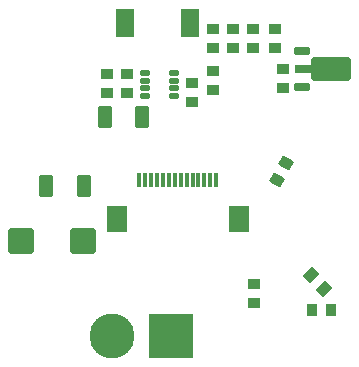
<source format=gbr>
%TF.GenerationSoftware,KiCad,Pcbnew,(6.0.1)*%
%TF.CreationDate,2022-12-05T15:25:32+08:00*%
%TF.ProjectId,IMU_base_V7.1,494d555f-6261-4736-955f-56372e312e6b,rev?*%
%TF.SameCoordinates,Original*%
%TF.FileFunction,Soldermask,Bot*%
%TF.FilePolarity,Negative*%
%FSLAX46Y46*%
G04 Gerber Fmt 4.6, Leading zero omitted, Abs format (unit mm)*
G04 Created by KiCad (PCBNEW (6.0.1)) date 2022-12-05 15:25:32*
%MOMM*%
%LPD*%
G01*
G04 APERTURE LIST*
G04 Aperture macros list*
%AMRoundRect*
0 Rectangle with rounded corners*
0 $1 Rounding radius*
0 $2 $3 $4 $5 $6 $7 $8 $9 X,Y pos of 4 corners*
0 Add a 4 corners polygon primitive as box body*
4,1,4,$2,$3,$4,$5,$6,$7,$8,$9,$2,$3,0*
0 Add four circle primitives for the rounded corners*
1,1,$1+$1,$2,$3*
1,1,$1+$1,$4,$5*
1,1,$1+$1,$6,$7*
1,1,$1+$1,$8,$9*
0 Add four rect primitives between the rounded corners*
20,1,$1+$1,$2,$3,$4,$5,0*
20,1,$1+$1,$4,$5,$6,$7,0*
20,1,$1+$1,$6,$7,$8,$9,0*
20,1,$1+$1,$8,$9,$2,$3,0*%
G04 Aperture macros list end*
%ADD10RoundRect,0.090000X0.460000X0.360000X-0.460000X0.360000X-0.460000X-0.360000X0.460000X-0.360000X0*%
%ADD11R,1.500000X2.400000*%
%ADD12RoundRect,0.090000X0.360000X-0.460000X0.360000X0.460000X-0.360000X0.460000X-0.360000X-0.460000X0*%
%ADD13RoundRect,0.090000X-0.460000X-0.360000X0.460000X-0.360000X0.460000X0.360000X-0.460000X0.360000X0*%
%ADD14RoundRect,0.090000X0.070711X0.579828X-0.579828X-0.070711X-0.070711X-0.579828X0.579828X0.070711X0*%
%ADD15RoundRect,0.070000X-0.330000X-0.180000X0.330000X-0.180000X0.330000X0.180000X-0.330000X0.180000X0*%
%ADD16RoundRect,0.090000X0.578372X0.081769X-0.218372X0.541769X-0.578372X-0.081769X0.218372X-0.541769X0*%
%ADD17RoundRect,0.081000X0.569000X-0.279000X0.569000X0.279000X-0.569000X0.279000X-0.569000X-0.279000X0*%
%ADD18RoundRect,0.081000X0.619000X-0.279000X0.619000X0.279000X-0.619000X0.279000X-0.619000X-0.279000X0*%
%ADD19RoundRect,0.145000X1.530000X-0.855000X1.530000X0.855000X-1.530000X0.855000X-1.530000X-0.855000X0*%
%ADD20RoundRect,0.105000X0.495000X-0.820000X0.495000X0.820000X-0.495000X0.820000X-0.495000X-0.820000X0*%
%ADD21RoundRect,0.175000X0.900000X0.900000X-0.900000X0.900000X-0.900000X-0.900000X0.900000X-0.900000X0*%
%ADD22RoundRect,0.105000X-0.495000X0.820000X-0.495000X-0.820000X0.495000X-0.820000X0.495000X0.820000X0*%
%ADD23R,0.300000X1.300000*%
%ADD24R,1.800000X2.200000*%
%ADD25R,3.800000X3.800000*%
%ADD26C,3.800000*%
G04 APERTURE END LIST*
D10*
%TO.C,R8*%
X168800000Y-74200000D03*
X168800000Y-75800000D03*
%TD*%
D11*
%TO.C,22uH*%
X166850000Y-73700000D03*
X161350000Y-73700000D03*
%TD*%
D12*
%TO.C,C3*%
X178750000Y-98000000D03*
X177150000Y-98000000D03*
%TD*%
D13*
%TO.C,C13*%
X172200000Y-74200000D03*
X172200000Y-75800000D03*
%TD*%
D14*
%TO.C,R1*%
X177068630Y-95068630D03*
X178200000Y-96200000D03*
%TD*%
D13*
%TO.C,R5*%
X159800000Y-79600000D03*
X159800000Y-78000000D03*
%TD*%
D10*
%TO.C,R3*%
X172250000Y-95800000D03*
X172250000Y-97400000D03*
%TD*%
D13*
%TO.C,C8*%
X174000000Y-75800000D03*
X174000000Y-74200000D03*
%TD*%
D15*
%TO.C,U3*%
X165500000Y-77950000D03*
X165500000Y-78600000D03*
X165500000Y-79250000D03*
X165500000Y-79900000D03*
X163000000Y-79900000D03*
X163000000Y-79250000D03*
X163000000Y-78600000D03*
X163000000Y-77950000D03*
%TD*%
D16*
%TO.C,R11*%
X175000000Y-85600000D03*
X174200000Y-86985640D03*
%TD*%
D13*
%TO.C,R4*%
X167000000Y-80400000D03*
X167000000Y-78800000D03*
%TD*%
D17*
%TO.C,U1*%
X176358700Y-76100000D03*
D18*
X176408700Y-77600000D03*
D19*
X178733700Y-77600000D03*
D17*
X176358700Y-79100000D03*
%TD*%
D20*
%TO.C,C7*%
X157850000Y-87500000D03*
X154650000Y-87500000D03*
%TD*%
D13*
%TO.C,C9*%
X174700000Y-77600000D03*
X174700000Y-79200000D03*
%TD*%
%TO.C,R9*%
X168800000Y-79400000D03*
X168800000Y-77800000D03*
%TD*%
D10*
%TO.C,C11*%
X161500000Y-78000000D03*
X161500000Y-79600000D03*
%TD*%
D13*
%TO.C,C12*%
X170500000Y-74200000D03*
X170500000Y-75800000D03*
%TD*%
D21*
%TO.C,D1*%
X157800000Y-92150000D03*
X152550000Y-92150000D03*
%TD*%
D22*
%TO.C,C10*%
X159600000Y-81700000D03*
X162800000Y-81700000D03*
%TD*%
D23*
%TO.C,J5*%
X169050000Y-87050000D03*
X168550000Y-87050000D03*
X168050000Y-87050000D03*
X167550000Y-87050000D03*
X167050000Y-87050000D03*
X166550000Y-87050000D03*
X166050000Y-87050000D03*
X165550000Y-87050000D03*
X165050000Y-87050000D03*
X164550000Y-87050000D03*
X164050000Y-87050000D03*
X163550000Y-87050000D03*
X163050000Y-87050000D03*
X162550000Y-87050000D03*
D24*
X170950000Y-90300000D03*
X160650000Y-90300000D03*
%TD*%
D25*
%TO.C,VCC*%
X165250000Y-100200000D03*
D26*
X160250000Y-100200000D03*
%TD*%
M02*

</source>
